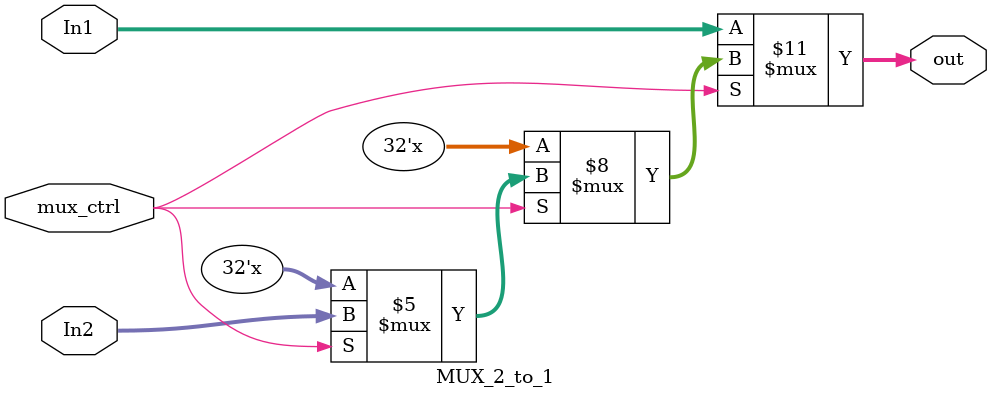
<source format=v>
module MUX_2_to_1(In1,In2,mux_ctrl,out);

input [31:0] In1,In2; 
input mux_ctrl; 
output reg[31:0] out;  

always@(In1 or In2 or mux_ctrl) 

begin

if(mux_ctrl==0)

begin
out<=In1;
end

else if(mux_ctrl==1)

begin
out<=In2;
end

else
begin
out=32'bx;
end

end
endmodule



</source>
